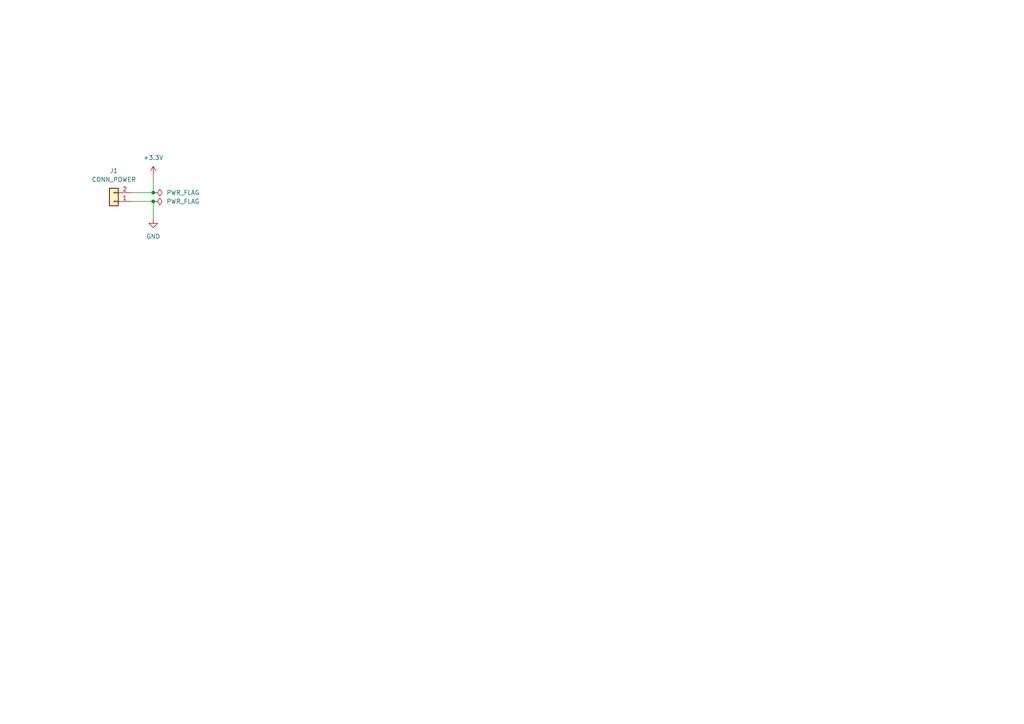
<source format=kicad_sch>
(kicad_sch (version 20211123) (generator eeschema)
  (paper "A4")
  (lib_symbols
    (symbol "Connector_Generic:Conn_01x02" (pin_names (offset 1.016) hide)
      (property "Reference" "J" (at 0 2.54 0))
      (property "Value" "Conn_01x02" (at 0 -5.08 0))
      (symbol "Conn_01x02_1_1"
        (rectangle (start -1.27 -2.413) (end 0 -2.667) (stroke (width 0.1524)))
        (rectangle (start -1.27 0.127) (end 0 -0.127) (stroke (width 0.1524)))
        (rectangle (start -1.27 1.27) (end 1.27 -3.81) (stroke (width 0.254)) (fill (type background)))
        (pin passive line (at -5.08 0 0) (length 3.81) (name "Pin_1") (number "1"))
        (pin passive line (at -5.08 -2.54 0) (length 3.81) (name "Pin_2") (number "2"))
      )
    )
    (symbol "power:+3.3V" (power) (pin_names (offset 0))
      (property "Value" "+3.3V" (at 0 3.556 0))
      (symbol "+3.3V_0_1"
        (polyline (pts (xy -0.762 1.27) (xy 0 2.54)))
        (polyline (pts (xy 0 0) (xy 0 2.54)))
        (polyline (pts (xy 0 2.54) (xy 0.762 1.27)))
      )
      (symbol "+3.3V_1_1"
        (pin power_in line (at 0 0 90) (length 0) hide (name "+3.3V") (number "1"))
      )
    )
    (symbol "power:GND" (power) (pin_names (offset 0))
      (property "Value" "GND" (at 0 -3.81 0))
      (symbol "GND_0_1"
        (polyline (pts (xy 0 0) (xy 0 -1.27) (xy 1.27 -1.27) (xy 0 -2.54) (xy -1.27 -1.27) (xy 0 -1.27)))
      )
      (symbol "GND_1_1"
        (pin power_in line (at 0 0 270) (length 0) hide (name "GND") (number "1"))
      )
    )
    (symbol "power:PWR_FLAG" (power) (pin_numbers hide) (pin_names (offset 0) hide)
      (property "Value" "PWR_FLAG" (at 0 3.81 0))
      (symbol "PWR_FLAG_0_0"
        (pin power_out line (at 0 0 90) (length 0) (name "pwr") (number "1"))
      )
      (symbol "PWR_FLAG_0_1"
        (polyline (pts (xy 0 0) (xy 0 1.27) (xy -1.016 1.905) (xy 0 2.54) (xy 1.016 1.905) (xy 0 1.27)))
      )
    )
  )
  (junction (at 44.45 58.42))
  (junction (at 44.45 55.88))
  (wire (pts (xy 38.1 55.88) (xy 44.45 55.88)))
  (wire (pts (xy 38.1 58.42) (xy 44.45 58.42)))
  (wire (pts (xy 44.45 55.88) (xy 44.45 50.8)))
  (wire (pts (xy 44.45 58.42) (xy 44.45 63.5)))
  (symbol (lib_id "power:+3.3V") (at 44.45 50.8 0) (unit 1)
    (property "Reference" "#PWR0101" (effects hide))
    (property "Value" "+3.3V" (at 44.45 45.72 0))
  )
  (symbol (lib_id "Connector_Generic:Conn_01x02") (at 33.02 58.42 180) (unit 1)
    (property "Reference" "J1" (at 33.02 49.53 0))
    (property "Value" "CONN_POWER" (at 33.02 52.07 0))
  )
  (symbol (lib_id "power:GND") (at 44.45 63.5 0) (unit 1)
    (property "Reference" "#PWR06" (effects hide))
    (property "Value" "GND" (at 44.45 68.58 0))
  )
  (symbol (lib_id "power:PWR_FLAG") (at 44.45 55.88 270) (unit 1)
    (property "Reference" "#FLG01" (effects hide))
    (property "Value" "PWR_FLAG" (at 48.26 55.8799 90) (effects (justify left)))
  )
  (symbol (lib_id "power:PWR_FLAG") (at 44.45 58.42 270) (unit 1)
    (property "Reference" "#FLG02" (effects hide))
    (property "Value" "PWR_FLAG" (at 48.26 58.4199 90) (effects (justify left)))
  )
)
</source>
